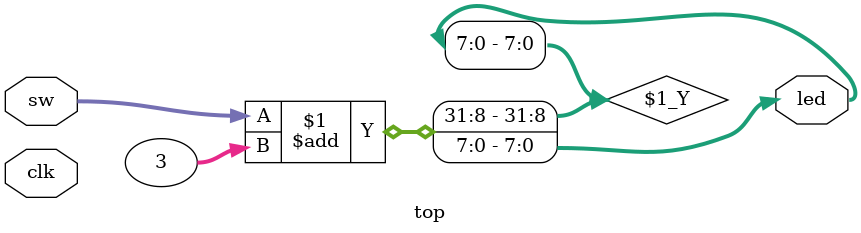
<source format=v>
module top (
    input  wire clk,

    input  wire [7:0] sw,
    output wire [7:0] led
);

    localparam BITS = 8;
    localparam LOG2DELAY = 0;

    assign led = sw + 3;
endmodule

</source>
